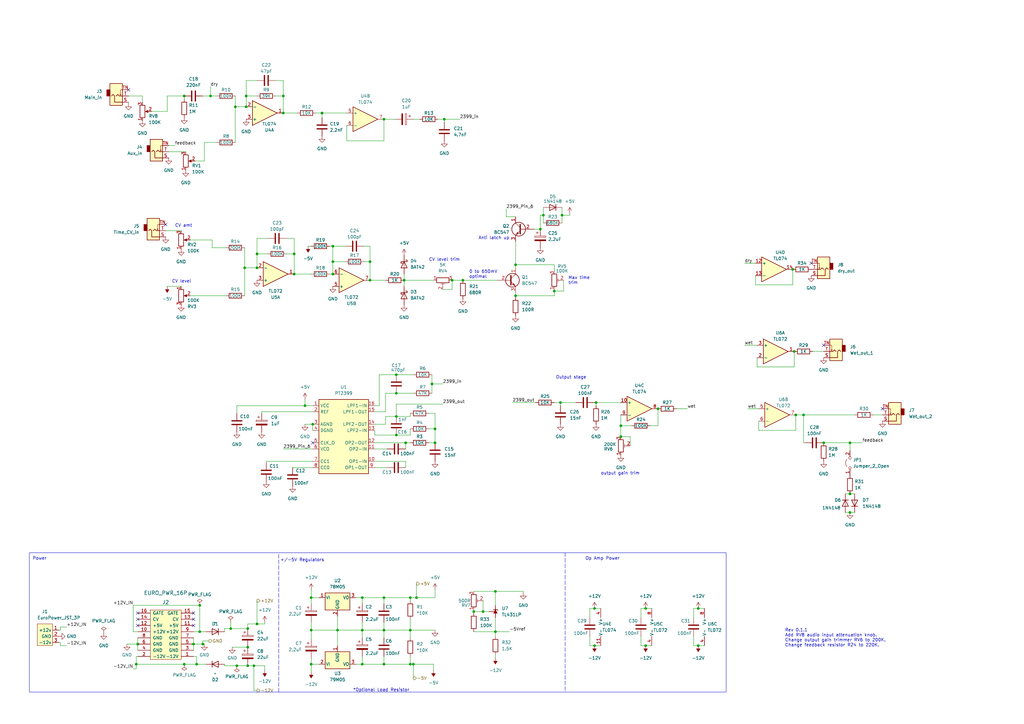
<source format=kicad_sch>
(kicad_sch (version 20230121) (generator eeschema)
  (paper "A3")
  (title_block (title "Eurorack PT2399 Delay") (date "2024-02-23") (rev "0.1.1") (company "DIYSynthMNL"))
  (junction (at 348.615 181.61))
  (junction (at 329.565 170.18))
  (junction (at 132.08 46.355))
  (junction (at 178.435 181.61))
  (junction (at 170.815 245.11))
  (junction (at 162.56 170.815))
  (junction (at 178.435 175.895))
  (junction (at 120.65 104.14))
  (junction (at 94.615 257.81))
  (junction (at 264.795 264.795))
  (junction (at 116.205 39.37))
  (junction (at 229.87 165.1))
  (junction (at 80.645 272.415))
  (junction (at 325.755 144.145))
  (junction (at 325.12 110.49))
  (junction (at 104.14 273.05))
  (junction (at 101.6 265.43))
  (junction (at 100.33 109.855))
  (junction (at 100.965 43.815))
  (junction (at 264.795 249.555))
  (junction (at 211.455 121.285))
  (junction (at 162.56 161.29))
  (junction (at 151.765 114.935))
  (junction (at 222.885 88.265))
  (junction (at 75.565 272.415))
  (junction (at 101.6 257.81))
  (junction (at 182.245 48.895))
  (junction (at 127.635 258.445))
  (junction (at 189.865 114.935))
  (junction (at 148.59 245.11))
  (junction (at 157.48 245.11))
  (junction (at 166.37 181.61))
  (junction (at 177.165 157.48))
  (junction (at 151.765 107.315))
  (junction (at 348.615 210.185))
  (junction (at 105.41 104.14))
  (junction (at 96.52 43.815))
  (junction (at 227.33 119.38))
  (junction (at 168.275 258.445))
  (junction (at 105.41 255.905))
  (junction (at 211.455 108.585))
  (junction (at 116.205 46.355))
  (junction (at 148.59 272.415))
  (junction (at 157.48 272.415))
  (junction (at 81.915 248.285))
  (junction (at 168.275 245.11))
  (junction (at 203.2 259.08))
  (junction (at 75.565 39.37))
  (junction (at 185.42 114.935))
  (junction (at 136.525 100.965))
  (junction (at 81.915 259.08))
  (junction (at 243.84 264.795))
  (junction (at 203.2 242.57))
  (junction (at 55.88 272.415))
  (junction (at 286.385 249.555))
  (junction (at 100.965 39.37))
  (junction (at 162.56 178.435))
  (junction (at 254.635 174.625))
  (junction (at 194.31 250.825))
  (junction (at 198.12 250.825))
  (junction (at 56.515 264.16))
  (junction (at 244.475 165.1))
  (junction (at 105.41 109.855))
  (junction (at 127.635 272.415))
  (junction (at 269.875 167.64))
  (junction (at 337.82 181.61))
  (junction (at 136.525 107.315))
  (junction (at 97.155 273.05))
  (junction (at 162.56 153.67))
  (junction (at 120.65 112.395))
  (junction (at 138.43 258.445))
  (junction (at 127.635 245.11))
  (junction (at 125.095 166.37))
  (junction (at 165.735 114.935))
  (junction (at 157.48 48.895))
  (junction (at 83.185 264.16))
  (junction (at 243.84 249.555))
  (junction (at 169.545 272.415))
  (junction (at 221.615 93.98))
  (junction (at 286.385 264.795))
  (junction (at 101.6 273.05))
  (junction (at 326.39 170.18))
  (junction (at 79.375 264.16))
  (junction (at 128.27 173.99))
  (junction (at 157.48 258.445))
  (junction (at 136.525 112.395))
  (junction (at 230.505 88.265))
  (junction (at 86.36 39.37))
  (junction (at 148.59 258.445))
  (junction (at 254.635 179.07))
  (junction (at 168.275 272.415))
  (junction (at 348.615 202.565))
  (no_connect (at 361.95 167.64))
  (no_connect (at 128.27 181.61))
  (no_connect (at 79.375 251.46))
  (no_connect (at 79.375 256.54))
  (no_connect (at 337.82 141.605))
  (no_connect (at 56.515 254))
  (no_connect (at 67.945 92.075))
  (no_connect (at 52.705 36.83))
  (no_connect (at 79.375 254))
  (no_connect (at 332.74 107.95))
  (no_connect (at 56.515 251.46))
  (no_connect (at 56.515 256.54))
  (wire (pts (xy 284.48 249.555) (xy 284.48 253.365)))
  (wire (pts (xy 135.255 100.965) (xy 136.525 100.965)))
  (wire (pts (xy 194.31 242.57) (xy 203.2 242.57)))
  (wire (pts (xy 153.67 178.435) (xy 162.56 178.435)))
  (wire (pts (xy 92.71 101.6) (xy 86.995 101.6)))
  (wire (pts (xy 52.705 41.91) (xy 52.705 42.545)))
  (wire (pts (xy 227.33 111.125) (xy 227.33 108.585)))
  (wire (pts (xy 125.095 166.37) (xy 128.27 166.37)))
  (wire (pts (xy 128.27 168.91) (xy 107.315 168.91)))
  (wire (pts (xy 227.33 165.1) (xy 229.87 165.1)))
  (wire (pts (xy 305.435 107.95) (xy 309.88 107.95)))
  (wire (pts (xy 194.31 259.08) (xy 203.2 259.08)))
  (wire (pts (xy 157.48 258.445) (xy 168.275 258.445)))
  (wire (pts (xy 69.215 62.23) (xy 76.2 62.23)))
  (wire (pts (xy 230.505 85.09) (xy 230.505 88.265)))
  (wire (pts (xy 56.515 264.16) (xy 56.515 266.7)))
  (wire (pts (xy 153.67 178.435) (xy 153.67 176.53)))
  (wire (pts (xy 284.48 264.795) (xy 284.48 260.985)))
  (wire (pts (xy 105.41 104.14) (xy 105.41 109.855)))
  (wire (pts (xy 227.33 108.585) (xy 211.455 108.585)))
  (wire (pts (xy 69.215 59.69) (xy 71.755 59.69)))
  (wire (pts (xy 56.515 269.24) (xy 55.88 269.24)))
  (wire (pts (xy 169.545 48.895) (xy 172.085 48.895)))
  (wire (pts (xy 138.43 258.445) (xy 138.43 264.795)))
  (wire (pts (xy 80.01 66.04) (xy 83.82 66.04)))
  (wire (pts (xy 162.56 153.67) (xy 169.545 153.67)))
  (wire (pts (xy 266.7 174.625) (xy 269.875 174.625)))
  (wire (pts (xy 96.52 43.815) (xy 96.52 58.42)))
  (wire (pts (xy 55.88 274.32) (xy 55.88 272.415)))
  (wire (pts (xy 246.38 249.555) (xy 243.84 249.555)))
  (wire (pts (xy 27.305 264.795) (xy 24.765 264.795)))
  (wire (pts (xy 148.59 258.445) (xy 157.48 258.445)))
  (wire (pts (xy 153.67 184.15) (xy 158.75 184.15)))
  (wire (pts (xy 288.925 264.795) (xy 286.385 264.795)))
  (wire (pts (xy 221.615 88.265) (xy 221.615 93.98)))
  (wire (pts (xy 68.58 117.475) (xy 74.295 117.475)))
  (wire (pts (xy 101.6 255.905) (xy 105.41 255.905)))
  (wire (pts (xy 54.61 259.08) (xy 54.61 248.285)))
  (wire (pts (xy 80.645 272.415) (xy 80.645 269.24)))
  (wire (pts (xy 146.05 245.11) (xy 148.59 245.11)))
  (wire (pts (xy 177.165 157.48) (xy 177.165 161.29)))
  (wire (pts (xy 269.875 174.625) (xy 269.875 167.64)))
  (wire (pts (xy 229.87 165.1) (xy 236.22 165.1)))
  (wire (pts (xy 148.59 258.445) (xy 148.59 261.62)))
  (wire (pts (xy 107.315 168.91) (xy 107.315 169.545)))
  (wire (pts (xy 96.52 39.37) (xy 96.52 43.815)))
  (wire (pts (xy 83.185 264.16) (xy 83.82 264.16)))
  (wire (pts (xy 148.59 255.27) (xy 148.59 258.445)))
  (wire (pts (xy 277.495 167.64) (xy 281.94 167.64)))
  (wire (pts (xy 148.59 258.445) (xy 138.43 258.445)))
  (wire (pts (xy 267.335 249.555) (xy 264.795 249.555)))
  (wire (pts (xy 346.71 202.565) (xy 348.615 202.565)))
  (wire (pts (xy 104.14 273.05) (xy 101.6 273.05)))
  (wire (pts (xy 157.48 245.11) (xy 168.275 245.11)))
  (wire (pts (xy 178.435 241.935) (xy 178.435 245.11)))
  (wire (pts (xy 24.765 258.445) (xy 24.13 258.445)))
  (wire (pts (xy 170.815 239.395) (xy 170.815 245.11)))
  (wire (pts (xy 166.37 189.23) (xy 153.67 189.23)))
  (wire (pts (xy 141.605 107.315) (xy 136.525 107.315)))
  (wire (pts (xy 96.52 43.815) (xy 100.965 43.815)))
  (wire (pts (xy 329.565 170.18) (xy 329.565 181.61)))
  (wire (pts (xy 181.61 118.745) (xy 185.42 118.745)))
  (wire (pts (xy 109.855 104.14) (xy 105.41 104.14)))
  (wire (pts (xy 227.33 119.38) (xy 231.14 119.38)))
  (wire (pts (xy 132.08 46.355) (xy 142.24 46.355)))
  (wire (pts (xy 185.42 118.745) (xy 185.42 114.935)))
  (wire (pts (xy 182.245 48.895) (xy 188.595 48.895)))
  (wire (pts (xy 83.185 262.89) (xy 83.185 264.16)))
  (wire (pts (xy 244.475 165.1) (xy 244.475 166.37)))
  (wire (pts (xy 168.275 170.815) (xy 168.275 169.545)))
  (wire (pts (xy 95.25 265.43) (xy 101.6 265.43)))
  (wire (pts (xy 182.245 48.895) (xy 182.245 50.165)))
  (wire (pts (xy 129.54 46.355) (xy 132.08 46.355)))
  (wire (pts (xy 86.995 98.425) (xy 78.105 98.425)))
  (wire (pts (xy 100.33 101.6) (xy 100.33 109.855)))
  (wire (pts (xy 75.565 272.415) (xy 80.645 272.415)))
  (wire (pts (xy 127.635 269.875) (xy 127.635 272.415)))
  (wire (pts (xy 233.68 87.63) (xy 233.68 88.265)))
  (wire (pts (xy 230.505 88.265) (xy 230.505 91.44)))
  (wire (pts (xy 116.205 46.355) (xy 121.92 46.355)))
  (wire (pts (xy 127.635 272.415) (xy 130.81 272.415)))
  (wire (pts (xy 258.445 182.88) (xy 258.445 179.07)))
  (wire (pts (xy 310.515 146.685) (xy 310.515 150.495)))
  (wire (pts (xy 94.615 257.81) (xy 101.6 257.81)))
  (wire (pts (xy 178.435 175.895) (xy 178.435 181.61)))
  (wire (pts (xy 83.185 39.37) (xy 86.36 39.37)))
  (wire (pts (xy 157.48 57.785) (xy 157.48 48.895)))
  (wire (pts (xy 222.885 88.265) (xy 221.615 88.265)))
  (wire (pts (xy 203.2 259.08) (xy 208.915 259.08)))
  (wire (pts (xy 24.765 264.795) (xy 24.765 263.525)))
  (wire (pts (xy 262.89 249.555) (xy 262.89 253.365)))
  (wire (pts (xy 194.31 250.825) (xy 194.31 251.46)))
  (wire (pts (xy 350.52 170.18) (xy 329.565 170.18)))
  (wire (pts (xy 179.705 48.895) (xy 182.245 48.895)))
  (wire (pts (xy 243.84 165.1) (xy 244.475 165.1)))
  (wire (pts (xy 166.37 181.61) (xy 168.275 181.61)))
  (wire (pts (xy 162.56 153.67) (xy 155.575 153.67)))
  (wire (pts (xy 105.41 283.21) (xy 104.14 283.21)))
  (wire (pts (xy 325.755 150.495) (xy 325.755 144.145)))
  (wire (pts (xy 80.645 269.24) (xy 79.375 269.24)))
  (wire (pts (xy 155.575 166.37) (xy 153.67 166.37)))
  (wire (pts (xy 168.275 175.895) (xy 168.275 178.435)))
  (wire (pts (xy 148.59 245.11) (xy 148.59 247.65)))
  (wire (pts (xy 175.895 181.61) (xy 178.435 181.61)))
  (wire (pts (xy 194.31 250.19) (xy 194.31 250.825)))
  (wire (pts (xy 27.305 257.175) (xy 24.765 257.175)))
  (wire (pts (xy 116.205 33.02) (xy 116.205 39.37)))
  (wire (pts (xy 211.455 121.285) (xy 211.455 121.92)))
  (wire (pts (xy 157.48 247.65) (xy 157.48 245.11)))
  (wire (pts (xy 113.03 33.02) (xy 116.205 33.02)))
  (wire (pts (xy 227.33 119.38) (xy 227.33 118.745)))
  (wire (pts (xy 151.765 100.965) (xy 151.765 107.315)))
  (wire (pts (xy 262.89 264.795) (xy 262.89 260.985)))
  (wire (pts (xy 127.635 258.445) (xy 138.43 258.445)))
  (wire (pts (xy 149.225 100.965) (xy 151.765 100.965)))
  (wire (pts (xy 142.24 51.435) (xy 142.24 57.785)))
  (wire (pts (xy 286.385 249.555) (xy 284.48 249.555)))
  (wire (pts (xy 55.88 269.24) (xy 55.88 272.415)))
  (wire (pts (xy 325.12 116.84) (xy 325.12 110.49)))
  (wire (pts (xy 203.2 268.605) (xy 203.2 269.875)))
  (wire (pts (xy 127.635 241.935) (xy 127.635 245.11)))
  (wire (pts (xy 117.475 104.14) (xy 120.65 104.14)))
  (wire (pts (xy 305.435 141.605) (xy 310.515 141.605)))
  (polyline (pts (xy 114.3 227.33) (xy 114.3 284.48)) (stroke (width 0) (type dash)))
  (wire (pts (xy 157.48 269.24) (xy 157.48 272.415)))
  (wire (pts (xy 155.575 153.67) (xy 155.575 166.37)))
  (wire (pts (xy 120.65 104.14) (xy 120.65 112.395)))
  (wire (pts (xy 178.435 169.545) (xy 178.435 175.895)))
  (wire (pts (xy 207.645 88.9) (xy 211.455 88.9)))
  (wire (pts (xy 185.42 114.935) (xy 189.865 114.935)))
  (wire (pts (xy 165.735 114.935) (xy 177.8 114.935)))
  (wire (pts (xy 177.8 272.415) (xy 177.8 274.955)))
  (wire (pts (xy 222.885 88.265) (xy 222.885 91.44)))
  (wire (pts (xy 246.38 264.795) (xy 243.84 264.795)))
  (wire (pts (xy 258.445 179.07) (xy 254.635 179.07)))
  (wire (pts (xy 56.515 261.62) (xy 56.515 264.16)))
  (wire (pts (xy 178.435 245.11) (xy 170.815 245.11)))
  (wire (pts (xy 108.585 255.27) (xy 108.585 255.905)))
  (wire (pts (xy 105.41 97.79) (xy 105.41 104.14)))
  (wire (pts (xy 203.2 242.57) (xy 203.2 248.285)))
  (wire (pts (xy 92.075 259.08) (xy 92.075 257.81)))
  (wire (pts (xy 211.455 120.015) (xy 211.455 121.285)))
  (wire (pts (xy 203.2 259.08) (xy 203.2 260.985)))
  (wire (pts (xy 306.705 167.64) (xy 311.15 167.64)))
  (wire (pts (xy 286.385 264.795) (xy 284.48 264.795)))
  (wire (pts (xy 348.615 181.61) (xy 348.615 184.785)))
  (wire (pts (xy 58.42 39.37) (xy 52.705 39.37)))
  (wire (pts (xy 68.58 39.37) (xy 75.565 39.37)))
  (wire (pts (xy 120.65 112.395) (xy 127.635 112.395)))
  (wire (pts (xy 166.37 191.77) (xy 166.37 189.23)))
  (wire (pts (xy 52.07 264.16) (xy 56.515 264.16)))
  (wire (pts (xy 127.635 245.11) (xy 130.81 245.11)))
  (wire (pts (xy 149.225 107.315) (xy 151.765 107.315)))
  (wire (pts (xy 243.84 264.795) (xy 241.935 264.795)))
  (wire (pts (xy 203.2 242.57) (xy 214.63 242.57)))
  (wire (pts (xy 136.525 100.965) (xy 136.525 107.315)))
  (wire (pts (xy 83.82 58.42) (xy 88.9 58.42)))
  (wire (pts (xy 231.14 114.935) (xy 231.14 119.38)))
  (wire (pts (xy 254.635 174.625) (xy 259.08 174.625)))
  (wire (pts (xy 100.33 109.855) (xy 105.41 109.855)))
  (wire (pts (xy 264.795 249.555) (xy 262.89 249.555)))
  (wire (pts (xy 169.545 272.415) (xy 169.545 278.13)))
  (wire (pts (xy 127.635 255.27) (xy 127.635 258.445)))
  (wire (pts (xy 55.88 272.415) (xy 75.565 272.415)))
  (wire (pts (xy 109.22 189.23) (xy 109.22 189.865)))
  (wire (pts (xy 92.075 272.415) (xy 92.075 273.05)))
  (wire (pts (xy 162.56 170.815) (xy 168.275 170.815)))
  (wire (pts (xy 177.8 272.415) (xy 169.545 272.415)))
  (wire (pts (xy 333.375 144.145) (xy 337.82 144.145)))
  (wire (pts (xy 136.525 107.315) (xy 136.525 112.395)))
  (wire (pts (xy 79.375 264.16) (xy 83.185 264.16)))
  (wire (pts (xy 241.935 264.795) (xy 241.935 260.985)))
  (wire (pts (xy 86.36 39.37) (xy 88.9 39.37)))
  (wire (pts (xy 79.375 261.62) (xy 79.375 264.16)))
  (wire (pts (xy 168.275 245.11) (xy 168.275 246.38)))
  (wire (pts (xy 148.59 269.24) (xy 148.59 272.415)))
  (wire (pts (xy 92.075 273.05) (xy 97.155 273.05)))
  (wire (pts (xy 227.33 119.38) (xy 227.33 121.285)))
  (wire (pts (xy 309.88 116.84) (xy 325.12 116.84)))
  (wire (pts (xy 168.275 258.445) (xy 168.275 261.62)))
  (wire (pts (xy 92.075 257.81) (xy 94.615 257.81)))
  (wire (pts (xy 97.155 273.05) (xy 101.6 273.05)))
  (wire (pts (xy 288.925 249.555) (xy 286.385 249.555)))
  (wire (pts (xy 24.765 263.525) (xy 24.13 263.525)))
  (wire (pts (xy 166.37 184.15) (xy 166.37 181.61)))
  (wire (pts (xy 24.765 257.175) (xy 24.765 258.445)))
  (wire (pts (xy 101.6 255.905) (xy 101.6 257.81)))
  (wire (pts (xy 127.635 258.445) (xy 127.635 262.255)))
  (wire (pts (xy 132.08 46.355) (xy 132.08 48.26)))
  (wire (pts (xy 241.935 249.555) (xy 241.935 253.365)))
  (wire (pts (xy 157.48 48.895) (xy 161.925 48.895)))
  (wire (pts (xy 116.205 184.15) (xy 128.27 184.15)))
  (wire (pts (xy 166.37 181.61) (xy 153.67 181.61)))
  (wire (pts (xy 178.435 258.445) (xy 168.275 258.445)))
  (wire (pts (xy 67.945 94.615) (xy 74.295 94.615)))
  (wire (pts (xy 125.095 173.99) (xy 128.27 173.99)))
  (wire (pts (xy 165.735 114.935) (xy 165.735 117.475)))
  (wire (pts (xy 100.965 33.02) (xy 100.965 39.37)))
  (wire (pts (xy 157.48 245.11) (xy 148.59 245.11)))
  (wire (pts (xy 135.255 112.395) (xy 136.525 112.395)))
  (wire (pts (xy 117.475 97.79) (xy 120.65 97.79)))
  (wire (pts (xy 128.27 173.99) (xy 128.27 176.53)))
  (wire (pts (xy 219.075 93.98) (xy 221.615 93.98)))
  (wire (pts (xy 78.105 121.285) (xy 92.71 121.285)))
  (wire (pts (xy 157.48 272.415) (xy 148.59 272.415)))
  (wire (pts (xy 116.205 39.37) (xy 116.205 46.355)))
  (wire (pts (xy 126.365 100.965) (xy 127.635 100.965)))
  (wire (pts (xy 151.765 114.935) (xy 158.115 114.935)))
  (wire (pts (xy 168.275 272.415) (xy 157.48 272.415)))
  (wire (pts (xy 168.275 269.24) (xy 168.275 272.415)))
  (wire (pts (xy 125.095 163.83) (xy 125.095 166.37)))
  (wire (pts (xy 108.585 273.05) (xy 104.14 273.05)))
  (wire (pts (xy 309.88 113.03) (xy 309.88 116.84)))
  (wire (pts (xy 348.615 210.185) (xy 350.52 210.185)))
  (wire (pts (xy 177.165 153.67) (xy 177.165 157.48)))
  (wire (pts (xy 243.84 249.555) (xy 241.935 249.555)))
  (wire (pts (xy 353.695 181.61) (xy 348.615 181.61)))
  (wire (pts (xy 153.67 168.91) (xy 158.115 168.91)))
  (wire (pts (xy 189.865 114.935) (xy 203.835 114.935)))
  (wire (pts (xy 153.67 191.77) (xy 158.75 191.77)))
  (wire (pts (xy 125.095 166.37) (xy 97.155 166.37)))
  (wire (pts (xy 58.42 41.91) (xy 58.42 39.37)))
  (wire (pts (xy 227.33 121.285) (xy 211.455 121.285)))
  (wire (pts (xy 138.43 252.73) (xy 138.43 258.445)))
  (wire (pts (xy 198.12 246.38) (xy 198.12 250.825)))
  (wire (pts (xy 211.455 99.06) (xy 211.455 108.585)))
  (wire (pts (xy 311.15 176.53) (xy 326.39 176.53)))
  (wire (pts (xy 141.605 100.965) (xy 136.525 100.965)))
  (wire (pts (xy 200.66 250.825) (xy 198.12 250.825)))
  (wire (pts (xy 158.115 161.29) (xy 158.115 168.91)))
  (wire (pts (xy 175.895 169.545) (xy 178.435 169.545)))
  (wire (pts (xy 105.41 39.37) (xy 100.965 39.37)))
  (wire (pts (xy 311.15 172.72) (xy 311.15 176.53)))
  (wire (pts (xy 169.545 272.415) (xy 168.275 272.415)))
  (wire (pts (xy 211.455 108.585) (xy 211.455 109.855)))
  (wire (pts (xy 105.41 255.905) (xy 108.585 255.905)))
  (wire (pts (xy 254.635 170.18) (xy 254.635 174.625)))
  (wire (pts (xy 162.56 165.735) (xy 162.56 170.815)))
  (wire (pts (xy 165.735 112.395) (xy 165.735 114.935)))
  (wire (pts (xy 54.61 274.32) (xy 55.88 274.32)))
  (wire (pts (xy 108.585 274.955) (xy 108.585 273.05)))
  (wire (pts (xy 162.56 161.29) (xy 169.545 161.29)))
  (wire (pts (xy 105.41 246.38) (xy 105.41 255.905)))
  (wire (pts (xy 97.155 166.37) (xy 97.155 169.545)))
  (wire (pts (xy 81.915 248.285) (xy 81.915 259.08)))
  (wire (pts (xy 267.335 264.795) (xy 264.795 264.795)))
  (wire (pts (xy 157.48 255.27) (xy 157.48 258.445)))
  (wire (pts (xy 56.515 259.08) (xy 54.61 259.08)))
  (wire (pts (xy 86.995 101.6) (xy 86.995 98.425)))
  (wire (pts (xy 214.63 242.57) (xy 214.63 243.205)))
  (wire (pts (xy 100.965 39.37) (xy 100.965 43.815)))
  (wire (pts (xy 75.565 39.37) (xy 75.565 40.64)))
  (wire (pts (xy 148.59 272.415) (xy 146.05 272.415)))
  (wire (pts (xy 79.375 264.16) (xy 79.375 266.7)))
  (wire (pts (xy 168.275 254) (xy 168.275 258.445)))
  (wire (pts (xy 326.39 176.53) (xy 326.39 170.18)))
  (wire (pts (xy 170.815 245.11) (xy 168.275 245.11)))
  (wire (pts (xy 83.82 66.04) (xy 83.82 58.42)))
  (wire (pts (xy 329.565 181.61) (xy 330.2 181.61)))
  (wire (pts (xy 68.58 45.72) (xy 68.58 39.37)))
  (wire (pts (xy 329.565 170.18) (xy 326.39 170.18)))
  (wire (pts (xy 346.71 210.185) (xy 348.615 210.185)))
  (wire (pts (xy 348.615 181.61) (xy 337.82 181.61)))
  (wire (pts (xy 207.645 85.725) (xy 207.645 88.9)))
  (wire (pts (xy 175.895 175.895) (xy 178.435 175.895)))
  (wire (pts (xy 84.455 272.415) (xy 80.645 272.415)))
  (wire (pts (xy 68.58 45.72) (xy 62.23 45.72)))
  (wire (pts (xy 127.635 247.65) (xy 127.635 245.11)))
  (wire (pts (xy 358.14 170.18) (xy 361.95 170.18)))
  (wire (pts (xy 113.03 39.37) (xy 116.205 39.37)))
  (wire (pts (xy 254.635 174.625) (xy 254.635 179.07)))
  (wire (pts (xy 85.725 262.89) (xy 83.185 262.89)))
  (wire (pts (xy 229.87 165.1) (xy 229.87 166.37)))
  (wire (pts (xy 244.475 165.1) (xy 254.635 165.1)))
  (wire (pts (xy 158.115 173.99) (xy 158.115 170.815)))
  (polyline (pts (xy 231.775 226.695) (xy 231.775 283.845)) (stroke (width 0) (type dash)))
  (wire (pts (xy 203.2 259.08) (xy 203.2 253.365)))
  (wire (pts (xy 158.115 161.29) (xy 162.56 161.29)))
  (wire (pts (xy 94.615 255.27) (xy 94.615 257.81)))
  (wire (pts (xy 198.12 250.825) (xy 194.31 250.825)))
  (wire (pts (xy 54.61 248.285) (xy 81.915 248.285)))
  (wire (pts (xy 120.65 97.79) (xy 120.65 104.14)))
  (wire (pts (xy 310.515 150.495) (xy 325.755 150.495)))
  (wire (pts (xy 157.48 258.445) (xy 157.48 261.62)))
  (wire (pts (xy 86.36 35.56) (xy 86.36 39.37)))
  (wire (pts (xy 264.795 264.795) (xy 262.89 264.795)))
  (wire (pts (xy 168.275 178.435) (xy 162.56 178.435)))
  (wire (pts (xy 151.765 107.315) (xy 151.765 114.935)))
  (wire (pts (xy 109.855 97.79) (xy 105.41 97.79)))
  (wire (pts (xy 222.885 85.09) (xy 222.885 88.265)))
  (wire (pts (xy 100.33 121.285) (xy 100.33 109.855)))
  (wire (pts (xy 81.915 259.08) (xy 84.455 259.08)))
  (wire (pts (xy 142.24 57.785) (xy 157.48 57.785)))
  (wire (pts (xy 105.41 33.02) (xy 100.965 33.02)))
  (wire (pts (xy 81.915 259.08) (xy 79.375 259.08)))
  (wire (pts (xy 210.185 165.1) (xy 219.71 165.1)))
  (wire (pts (xy 177.165 157.48) (xy 181.61 157.48)))
  (wire (pts (xy 128.27 189.23) (xy 109.22 189.23)))
  (wire (pts (xy 153.67 173.99) (xy 158.115 173.99)))
  (wire (pts (xy 127.635 272.415) (xy 127.635 275.59)))
  (wire (pts (xy 181.61 165.735) (xy 162.56 165.735)))
  (wire (pts (xy 233.68 88.265) (xy 230.505 88.265)))
  (wire (pts (xy 158.115 170.815) (xy 162.56 170.815)))
  (wire (pts (xy 120.015 191.77) (xy 128.27 191.77)))
  (wire (pts (xy 104.14 283.21) (xy 104.14 273.05)))
  (wire (pts (xy 348.615 202.565) (xy 350.52 202.565)))
  (rectangle (start 12.065 226.695) (end 297.815 283.845))
  (text "+/-5V Regulators" (at 114.935 230.505 0) (effects (font (size 1.27 1.27)) (justify left bottom)))
  (text "output gain trim" (at 246.38 194.945 0) (effects (font (size 1.27 1.27)) (justify left bottom)))
  (text "CV level" (at 70.485 116.205 0) (effects (font (size 1.27 1.27)) (justify left bottom)))
  (text "CV amt" (at 71.755 93.345 0) (effects (font (size 1.27 1.27)) (justify left bottom)))
  (text "Max time\ntrim" (at 233.045 116.84 0) (effects (font (size 1.27 1.27)) (justify left bottom)))
  (text "Anti latch up" (at 196.215 98.425 0) (effects (font (size 1.27 1.27)) (justify left bottom)))
  (text "0 to 650mV\noptimal" (at 192.405 114.3 0) (effects (font (size 1.27 1.27)) (justify left bottom)))
  (text "Rev 0.1.1\nAdd RV8 audio input attenuation knob.\nChange output gain trimmer RV6 to 200K.\nChange feedback resistor R24 to 220K.\n" (at 321.945 265.43 0) (effects (font (size 1.27 1.27)) (justify left bottom)))
  (text "Op Amp Power" (at 240.03 229.87 0) (effects (font (size 1.27 1.27)) (justify left bottom)))
  (text "*Optional Load Resistor" (at 144.78 283.845 0) (effects (font (size 1.27 1.27)) (justify left bottom)))
  (text "Power" (at 13.335 229.87 0) (effects (font (size 1.27 1.27)) (justify left bottom)))
  (text "Output stage" (at 227.965 155.575 0) (effects (font (size 1.27 1.27)) (justify left bottom)))
  (text "CV level trim" (at 175.895 107.315 0) (effects (font (size 1.27 1.27)) (justify left bottom)))
  (label "-5Vref" (at 208.915 259.08 0))
  (label "-12V_IN" (at 27.305 264.795 0))
  (label "dry" (at 305.435 107.95 0))
  (label "wet" (at 281.94 167.64 0))
  (label "2399_in" (at 188.595 48.895 0))
  (label "wet" (at 305.435 141.605 0))
  (label "2399_Pin_6" (at 207.645 85.725 0))
  (label "+12V_IN" (at 27.305 257.175 0))
  (label "2399_out" (at 210.185 165.1 0))
  (label "2399_in" (at 181.61 157.48 0))
  (label "wet" (at 306.705 167.64 0))
  (label "feedback" (at 71.755 59.69 0))
  (label "2399_Pin_6" (at 116.205 184.15 0))
  (label "2399_out" (at 181.61 165.735 0))
  (label "feedback" (at 353.695 181.61 0))
  (label "dry" (at 86.36 35.56 0))
  (label "-12V_IN" (at 54.61 274.32 180))
  (label "+12V_IN" (at 54.61 248.285 180))
  (hierarchical_label "-5V" (shape output) (at 169.545 278.13 0))
  (hierarchical_label "-12V" (shape output) (at 105.41 283.21 0))
  (hierarchical_label "+12V" (shape output) (at 105.41 246.38 0))
  (hierarchical_label "+5V" (shape output) (at 170.815 239.395 0))
  (hierarchical_label "GND" (shape output) (at 85.725 262.89 0))
  (symbol (lib_id "Device:C") (at 229.87 170.18 180) (unit 1)
    (property "Reference" "C26" (at 233.68 168.91 0) (effects (justify right)))
    (property "Value" "15nF" (at 233.68 171.45 0) (effects (justify right)))
  )
  (symbol (lib_id "Device:R") (at 329.565 144.145 90) (unit 1)
    (property "Reference" "R29" (at 329.565 141.605 90))
    (property "Value" "1K" (at 329.565 144.145 90))
  )
  (symbol (lib_id "power:GND") (at 74.295 125.095 0) (unit 1)
    (property "Reference" "#PWR029" (effects hide))
    (property "Value" "GND" (at 74.295 130.175 0))
  )
  (symbol (lib_id "power:GND") (at 74.295 102.235 0) (unit 1)
    (property "Reference" "#PWR028" (effects hide))
    (property "Value" "GND" (at 74.295 107.315 0))
  )
  (symbol (lib_id "Device:C") (at 178.435 185.42 0) (unit 1)
    (property "Reference" "C15" (at 182.245 184.15 0) (effects (justify left)))
    (property "Value" "15nF" (at 182.245 186.69 0) (effects (justify left)))
  )
  (symbol (lib_id "power:GND") (at 165.735 125.095 0) (unit 1)
    (property "Reference" "#PWR034" (effects hide))
    (property "Value" "GND" (at 165.735 130.175 0))
  )
  (symbol (lib_id "power:GND") (at 178.435 258.445 0) (unit 1)
    (property "Reference" "#PWR04" (effects hide))
    (property "Value" "GND" (at 178.435 263.525 0))
  )
  (symbol (lib_id "Amplifier_Operational:TL072") (at 318.135 144.145 0) (unit 1)
    (property "Reference" "U6" (at 320.04 136.525 0))
    (property "Value" "TL072" (at 320.04 139.065 0))
    (property "Datasheet" "http://www.ti.com/lit/ds/symlink/tl071.pdf" (effects hide))
  )
  (symbol (lib_id "Device:R") (at 244.475 170.18 0) (unit 1)
    (property "Reference" "R26" (at 246.38 168.91 0) (effects (justify left)))
    (property "Value" "1M" (at 246.38 171.45 0) (effects (justify left)))
  )
  (symbol (lib_id "Device:R") (at 273.685 167.64 90) (unit 1)
    (property "Reference" "R27" (at 273.685 165.1 90))
    (property "Value" "1K" (at 273.685 167.64 90))
  )
  (symbol (lib_id "Device:R") (at 131.445 112.395 90) (unit 1)
    (property "Reference" "R18" (at 131.445 109.855 90))
    (property "Value" "100K" (at 131.445 112.395 90))
  )
  (symbol (lib_id "power:GND") (at 189.865 122.555 0) (unit 1)
    (property "Reference" "#PWR036" (effects hide))
    (property "Value" "GND" (at 189.865 127.635 0))
  )
  (symbol (lib_id "power:GND") (at 76.2 69.85 0) (unit 1)
    (property "Reference" "#PWR024" (effects hide))
    (property "Value" "GND" (at 76.2 74.93 0))
  )
  (symbol (lib_id "power:+12V") (at 108.585 255.27 0) (unit 1)
    (property "Reference" "#PWR03" (effects hide))
    (property "Value" "+12V" (at 108.585 250.19 0))
  )
  (symbol (lib_id "Device:R") (at 189.865 118.745 0) (unit 1)
    (property "Reference" "R21" (at 192.405 117.475 0) (effects (justify left)))
    (property "Value" "680R" (at 192.405 120.015 0) (effects (justify left)))
  )
  (symbol (lib_id "Amplifier_Operational:TL072") (at 291.465 257.175 0) (unit 3)
    (property "Reference" "U6" (at 290.195 255.905 0) (effects (justify left)))
    (property "Value" "TL072" (at 290.195 258.445 0) (effects (justify left)))
    (property "Datasheet" "http://www.ti.com/lit/ds/symlink/tl071.pdf" (effects hide))
  )
  (symbol (lib_id "power:GND") (at 105.41 114.935 0) (unit 1)
    (property "Reference" "#PWR031" (effects hide))
    (property "Value" "GND" (at 105.41 120.015 0))
  )
  (symbol (lib_id "power:+5V") (at 125.095 163.83 0) (unit 1)
    (property "Reference" "#PWR013" (effects hide))
    (property "Value" "+5V" (at 125.095 158.75 0))
  )
  (symbol (lib_id "power:-12V") (at 243.84 264.795 180) (unit 1)
    (property "Reference" "#PWR048" (effects hide))
    (property "Value" "-12V" (at 243.84 269.875 0))
  )
  (symbol (lib_id "power:GND") (at 254.635 186.69 0) (unit 1)
    (property "Reference" "#PWR042" (effects hide))
    (property "Value" "GND" (at 254.635 191.77 0))
  )
  (symbol (lib_id "power:-5V") (at 177.8 274.955 180) (unit 1)
    (property "Reference" "#PWR011" (effects hide))
    (property "Value" "-5V" (at 177.8 280.035 0))
  )
  (symbol (lib_id "power:GND") (at 361.95 172.72 0) (unit 1)
    (property "Reference" "#PWR045" (effects hide))
    (property "Value" "GND" (at 361.95 177.8 0))
  )
  (symbol (lib_id "Device:C_Polarized") (at 127.635 266.065 0) (unit 1)
    (property "Reference" "C7" (at 123.825 263.906 0) (effects (justify right)))
    (property "Value" "2.2uF" (at 123.825 266.446 0) (effects (justify right)))
    (property "Footprint" "DIYSynthMNL:CP_Radial_D5.0mm_P2.50mm" (effects hide))
  )
  (symbol (lib_id "power:GND") (at 52.07 264.16 0) (unit 1)
    (property "Reference" "#PWR07" (effects hide))
    (property "Value" "GND" (at 52.07 268.605 0))
  )
  (symbol (lib_id "power:PWR_FLAG") (at 81.915 248.285 0) (unit 1)
    (property "Reference" "#FLG01" (effects hide))
    (property "Value" "PWR_FLAG" (at 81.915 243.84 0))
  )
  (symbol (lib_id "Device:R") (at 262.89 174.625 90) (unit 1)
    (property "Reference" "R24" (at 262.89 172.085 90))
    (property "Value" "100K" (at 262.89 174.625 90))
  )
  (symbol (lib_id "power:GND") (at 125.095 173.99 0) (unit 1)
    (property "Reference" "#PWR014" (effects hide))
    (property "Value" "GND" (at 125.095 179.07 0))
  )
  (symbol (lib_id "Device:R") (at 125.73 46.355 90) (unit 1)
    (property "Reference" "R12" (at 125.73 43.815 90))
    (property "Value" "10K" (at 125.73 46.355 90))
  )
  (symbol (lib_id "Device:R") (at 194.31 255.27 0) (unit 1)
    (property "Reference" "R33" (at 196.85 254 0) (effects (justify left)))
    (property "Value" "100K" (at 196.85 256.54 0) (effects (justify left)))
  )
  (symbol (lib_id "Device:R") (at 92.71 58.42 90) (unit 1)
    (property "Reference" "R8" (at 92.71 55.88 90))
    (property "Value" "100K" (at 92.71 58.42 90))
  )
  (symbol (lib_id "power:GND") (at 337.82 146.685 0) (unit 1)
    (property "Reference" "#PWR044" (effects hide))
    (property "Value" "GND" (at 337.82 151.765 0))
  )
  (symbol (lib_id "power:-5V") (at 68.58 117.475 180) (unit 1)
    (property "Reference" "#PWR030" (effects hide))
    (property "Value" "-5V" (at 68.58 122.555 0))
  )
  (symbol (lib_id "DIYSynthMNL:PJ3001F") (at 64.135 62.23 0) (mirror x) (unit 1)
    (property "Reference" "J4" (at 58.42 60.325 0) (effects (justify right)))
    (property "Value" "Aux_in" (at 58.42 62.865 0) (effects (justify right)))
    (property "Footprint" "DIYSynthMNL:AudioJack_3.5mm_long_pads" (effects hide))
  )
  (symbol (lib_id "Device:R") (at 348.615 198.755 0) (unit 1)
    (property "Reference" "R31" (at 350.52 197.485 0) (effects (justify left)))
    (property "Value" "1K" (at 350.52 200.025 0) (effects (justify left)))
  )
  (symbol (lib_id "Device:C") (at 145.415 100.965 90) (unit 1)
    (property "Reference" "C24" (at 145.415 94.615 90))
    (property "Value" "100pF" (at 145.415 97.155 90))
  )
  (symbol (lib_id "Device:R_Potentiometer") (at 58.42 45.72 0) (mirror x) (unit 1)
    (property "Reference" "RV8" (at 64.77 47.625 0) (effects (justify right)))
    (property "Value" "100K" (at 66.04 50.165 0) (effects (justify right)))
  )
  (symbol (lib_id "Device:R") (at 131.445 100.965 90) (unit 1)
    (property "Reference" "R19" (at 131.445 98.425 90))
    (property "Value" "100K" (at 131.445 100.965 90))
  )
  (symbol (lib_id "power:GND") (at 58.42 49.53 0) (unit 1)
    (property "Reference" "#PWR056" (effects hide))
    (property "Value" "GND" (at 58.42 54.61 0))
  )
  (symbol (lib_id "Transistor_BJT:BC547") (at 213.995 93.98 0) (mirror y) (unit 1)
    (property "Reference" "Q2" (at 208.915 92.71 0) (effects (justify left)))
    (property "Value" "BC547" (at 208.915 95.25 0) (effects (justify left)))
    (property "Footprint" "Package_TO_SOT_THT:TO-92_Inline" (effects hide))
    (property "Datasheet" "https://www.onsemi.com/pub/Collateral/BC550-D.pdf" (effects hide))
  )
  (symbol (lib_id "Device:C") (at 162.56 157.48 180) (unit 1)
    (property "Reference" "C17" (at 164.465 149.86 0) (effects (justify left)))
    (property "Value" "470pF" (at 166.37 151.765 0) (effects (justify left)))
  )
  (symbol (lib_id "power:GND") (at 69.215 64.77 0) (unit 1)
    (property "Reference" "#PWR022" (effects hide))
    (property "Value" "GND" (at 69.215 69.85 0))
  )
  (symbol (lib_id "power:GND") (at 109.22 197.485 0) (unit 1)
    (property "Reference" "#PWR017" (effects hide))
    (property "Value" "GND" (at 109.22 202.565 0))
  )
  (symbol (lib_id "Device:R") (at 109.22 39.37 90) (unit 1)
    (property "Reference" "R9" (at 109.22 36.83 90))
    (property "Value" "39K" (at 109.22 39.37 90))
  )
  (symbol (lib_id "power:PWR_FLAG") (at 75.565 272.415 180) (unit 1)
    (property "Reference" "#FLG04" (effects hide))
    (property "Value" "PWR_FLAG" (at 75.565 276.86 0))
  )
  (symbol (lib_id "Amplifier_Operational:TL074") (at 317.5 110.49 0) (unit 4)
    (property "Reference" "U4" (at 320.04 103.505 0))
    (property "Value" "TL074" (at 320.04 106.045 0))
    (property "Datasheet" "http://www.ti.com/lit/ds/symlink/tl071.pdf" (effects hide))
  )
  (symbol (lib_id "power:-12V") (at 127.635 275.59 180) (unit 1)
    (property "Reference" "#PWR012" (effects hide))
    (property "Value" "-12V" (at 127.635 280.67 0))
  )
  (symbol (lib_id "power:+12V") (at 264.795 249.555 0) (unit 1)
    (property "Reference" "#PWR049" (effects hide))
    (property "Value" "+12V" (at 264.795 244.475 0))
  )
  (symbol (lib_id "power:PWR_FLAG") (at 42.545 259.715 0) (unit 1)
    (property "Reference" "#FLG03" (effects hide))
    (property "Value" "PWR_FLAG" (at 42.545 254.635 0))
  )
  (symbol (lib_id "Device:C") (at 79.375 39.37 90) (unit 1)
    (property "Reference" "C18" (at 79.375 32.385 90))
    (property "Value" "220nF" (at 79.375 34.925 90))
  )
  (symbol (lib_id "Device:C") (at 157.48 251.46 0) (unit 1)
    (property "Reference" "C3" (at 158.115 248.92 0) (effects (justify left)))
    (property "Value" "100nF" (at 158.115 254 0) (effects (justify left)))
    (property "Footprint" "DIYSynthMNL:C_Rect_L7.0mm_W2.0mm_P5.00mm_BigPads" (effects hide))
  )
  (symbol (lib_id "power:GND") (at 83.82 264.16 0) (unit 1)
    (property "Reference" "#PWR08" (effects hide))
    (property "Value" "GND" (at 83.82 268.605 0))
  )
  (symbol (lib_id "DIYSynthMNL:JST_Eurorack_power_3P") (at 21.59 255.905 0) (unit 1)
    (property "Reference" "J1" (at 18.415 250.825 0))
    (property "Value" "EuroPower_JST_3P" (at 24.13 253.365 0))
    (property "Footprint" "DIYSynthMNL:Eurorack_power_jst_3P" (effects hide))
  )
  (symbol (lib_id "Device:C_Polarized") (at 101.6 261.62 0) (unit 1)
    (property "Reference" "C4" (at 105.41 259.461 0) (effects (justify left)))
    (property "Value" "22uF" (at 105.41 262.001 0) (effects (justify left)))
    (property "Footprint" "DIYSynthMNL:CP_Radial_D4.0mm_P1.50mm" (effects hide))
  )
  (symbol (lib_id "Amplifier_Operational:TL074") (at 149.86 48.895 0) (unit 2)
    (property "Reference" "U4" (at 149.86 39.37 0))
    (property "Value" "TL074" (at 149.86 41.91 0))
    (property "Datasheet" "http://www.ti.com/lit/ds/symlink/tl071.pdf" (effects hide))
  )
  (symbol (lib_id "power:GND") (at 332.74 113.03 0) (unit 1)
    (property "Reference" "#PWR054" (effects hide))
    (property "Value" "GND" (at 332.74 118.11 0))
  )
  (symbol (lib_id "power:GND") (at 348.615 210.185 0) (unit 1)
    (property "Reference" "#PWR046" (effects hide))
    (property "Value" "GND" (at 348.615 215.265 0))
  )
  (symbol (lib_id "power:GND") (at 214.63 243.205 0) (unit 1)
    (property "Reference" "#PWR053" (effects hide))
    (property "Value" "GND" (at 214.63 248.285 0))
  )
  (symbol (lib_id "DIYSynthMNL:EURO_PWR_16_PIN") (at 67.945 264.16 0) (unit 1)
    (property "Reference" "J2" (at 67.945 247.015 0) (effects (font (size 1.524 1.524))))
    (property "Value" "EURO_PWR_16P" (at 67.945 243.205 0) (effects (font (size 1.524 1.524))))
    (property "Footprint" "DIYSynthMNL:IDC-Header_2x08_P2.54mm_Vertical" (effects hide))
  )
  (symbol (lib_id "Device:R") (at 337.82 185.42 0) (unit 1)
    (property "Reference" "R28" (at 339.725 184.15 0) (effects (justify left)))
    (property "Value" "1M" (at 339.725 186.69 0) (effects (justify left)))
  )
  (symbol (lib_id "Device:R") (at 223.52 165.1 90) (unit 1)
    (property "Reference" "R25" (at 223.52 162.56 90))
    (property "Value" "10K" (at 223.52 165.1 90))
  )
  (symbol (lib_id "power:+5V") (at 178.435 241.935 0) (unit 1)
    (property "Reference" "#PWR02" (effects hide))
    (property "Value" "+5V" (at 178.435 236.855 0))
  )
  (symbol (lib_id "Transistor_BJT:BC547") (at 208.915 114.935 0) (unit 1)
    (property "Reference" "Q1" (at 213.995 113.665 0) (effects (justify left)))
    (property "Value" "BC547" (at 213.995 116.205 0) (effects (justify left)))
    (property "Footprint" "Package_TO_SOT_THT:TO-92_Inline" (effects hide))
    (property "Datasheet" "https://www.onsemi.com/pub/Collateral/BC550-D.pdf" (effects hide))
  )
  (symbol (lib_id "Device:C") (at 162.56 174.625 180) (unit 1)
    (property "Reference" "C16" (at 167.005 177.165 0) (effects (justify left)))
    (property "Value" "1nF" (at 167.005 172.085 0) (effects (justify left)))
  )
  (symbol (lib_id "Device:C_Polarized") (at 101.6 269.24 0) (unit 1)
    (property "Reference" "C8" (at 105.41 267.081 0) (effects (justify left)))
    (property "Value" "22uF" (at 105.41 269.621 0) (effects (justify left)))
    (property "Footprint" "DIYSynthMNL:CP_Radial_D4.0mm_P1.50mm" (effects hide))
  )
  (symbol (lib_id "Amplifier_Operational:TL074") (at 262.255 167.64 0) (unit 3)
    (property "Reference" "U4" (at 262.255 158.115 0))
    (property "Value" "TL074" (at 262.255 160.655 0))
    (property "Datasheet" "http://www.ti.com/lit/ds/symlink/tl071.pdf" (effects hide))
  )
  (symbol (lib_id "Device:R_Potentiometer_Trim") (at 227.33 114.935 0) (mirror x) (unit 1)
    (property "Reference" "RV5" (at 230.505 109.22 0))
    (property "Value" "100K" (at 230.505 111.125 0))
  )
  (symbol (lib_id "Device:R") (at 211.455 125.73 0) (unit 1)
    (property "Reference" "R22" (at 213.995 124.46 0) (effects (justify left)))
    (property "Value" "100R" (at 213.995 127 0) (effects (justify left)))
  )
  (symbol (lib_id "Device:R") (at 172.085 169.545 90) (unit 1)
    (property "Reference" "R5" (at 172.085 167.005 90))
    (property "Value" "47K" (at 172.085 169.545 90))
  )
  (symbol (lib_id "Device:R") (at 175.895 48.895 90) (unit 1)
    (property "Reference" "R13" (at 175.895 46.355 90))
    (property "Value" "10K" (at 175.895 48.895 90))
  )
  (symbol (lib_id "power:GND") (at 221.615 101.6 0) (unit 1)
    (property "Reference" "#PWR038" (effects hide))
    (property "Value" "GND" (at 221.615 106.68 0))
  )
  (symbol (lib_id "Device:R") (at 328.93 110.49 90) (unit 1)
    (property "Reference" "R34" (at 328.93 107.95 90))
    (property "Value" "1K" (at 328.93 110.49 90))
  )
  (symbol (lib_id "Device:C") (at 109.22 33.02 90) (unit 1)
    (property "Reference" "C22" (at 109.22 26.67 90))
    (property "Value" "47pF" (at 109.22 29.21 90))
  )
  (symbol (lib_id "Device:C") (at 132.08 52.07 180) (unit 1)
    (property "Reference" "C19" (at 135.255 50.8 0) (effects (justify right)))
    (property "Value" "2.2nF" (at 135.255 53.34 0) (effects (justify right)))
  )
  (symbol (lib_id "Device:R") (at 354.33 170.18 90) (unit 1)
    (property "Reference" "R30" (at 354.33 167.64 90))
    (property "Value" "1K" (at 354.33 170.18 90))
  )
  (symbol (lib_id "Device:C") (at 240.03 165.1 270) (unit 1)
    (property "Reference" "C27" (at 240.03 158.75 90))
    (property "Value" "100nF" (at 240.03 161.29 90))
  )
  (symbol (lib_id "Amplifier_Operational:TL072") (at 144.145 114.935 0) (mirror x) (unit 2)
    (property "Reference" "U5" (at 144.145 124.46 0))
    (property "Value" "TL072" (at 144.145 121.92 0))
    (property "Datasheet" "http://www.ti.com/lit/ds/symlink/tl071.pdf" (effects hide))
  )
  (symbol (lib_id "power:GND") (at 67.945 97.155 0) (unit 1)
    (property "Reference" "#PWR027" (effects hide))
    (property "Value" "GND" (at 67.945 102.235 0))
  )
  (symbol (lib_id "power:GND") (at 52.705 42.545 0) (unit 1)
    (property "Reference" "#PWR021" (effects hide))
    (property "Value" "GND" (at 52.705 47.625 0))
  )
  (symbol (lib_id "power:GND") (at 97.155 177.165 0) (unit 1)
    (property "Reference" "#PWR016" (effects hide))
    (property "Value" "GND" (at 97.155 182.245 0))
  )
  (symbol (lib_id "Jumper:Jumper_2_Open") (at 348.615 189.865 90) (unit 1)
    (property "Reference" "JP1" (at 349.885 188.595 90) (effects (justify right)))
    (property "Value" "Jumper_2_Open" (at 349.885 191.135 90) (effects (justify right)))
  )
  (symbol (lib_id "Device:R") (at 75.565 44.45 0) (unit 1)
    (property "Reference" "R11" (at 77.47 43.18 0) (effects (justify left)))
    (property "Value" "1M" (at 77.47 45.72 0) (effects (justify left)))
  )
  (symbol (lib_id "Device:R_Potentiometer") (at 74.295 121.285 0) (unit 1)
    (property "Reference" "RV3" (at 80.645 125.73 0) (effects (justify right)))
    (property "Value" "100K" (at 81.915 123.19 0) (effects (justify right)))
  )
  (symbol (lib_id "Device:D") (at 88.265 259.08 180) (unit 1)
    (property "Reference" "D1" (at 88.265 255.905 0))
    (property "Value" "~" (at 88.265 255.27 0))
    (property "Footprint" "DIYSynthMNL:D_DO-41_SOD81_P7.62mm_Horizontal_BigPads" (effects hide))
    (property "Sim.Device" "D" (effects hide))
    (property "Sim.Pins" "1=K 2=A" (effects hide))
  )
  (symbol (lib_id "Device:C_Polarized") (at 148.59 251.46 0) (unit 1)
    (property "Reference" "C2" (at 149.86 248.92 0) (effects (justify left)))
    (property "Value" "2.2uF" (at 149.86 254 0) (effects (justify left)))
    (property "Footprint" "DIYSynthMNL:CP_Radial_D5.0mm_P2.50mm" (effects hide))
  )
  (symbol (lib_id "Device:R") (at 168.275 265.43 0) (unit 1)
    (property "Reference" "R2" (at 170.815 264.16 0) (effects (justify left)))
    (property "Value" "*10K" (at 170.815 266.7 0) (effects (justify left)))
    (property "Footprint" "DIYSynthMNL:R_quarter_watt_L6.3mm_D2.5mm_P7.62mm" (effects hide))
  )
  (symbol (lib_id "power:GND") (at 211.455 129.54 0) (unit 1)
    (property "Reference" "#PWR037" (effects hide))
    (property "Value" "GND" (at 211.455 134.62 0))
  )
  (symbol (lib_id "Device:R") (at 96.52 101.6 90) (unit 1)
    (property "Reference" "R14" (at 96.52 99.06 90))
    (property "Value" "200K" (at 96.52 101.6 90))
  )
  (symbol (lib_id "Amplifier_Operational:TL072") (at 269.875 257.175 0) (unit 3)
    (property "Reference" "U5" (at 267.97 255.905 0) (effects (justify left)))
    (property "Value" "TL072" (at 267.97 258.445 0) (effects (justify left)))
    (property "Datasheet" "http://www.ti.com/lit/ds/symlink/tl071.pdf" (effects hide))
  )
  (symbol (lib_id "power:PWR_FLAG") (at 97.155 273.05 180) (unit 1)
    (property "Reference" "#FLG05" (effects hide))
    (property "Value" "PWR_FLAG" (at 97.155 277.495 0))
  )
  (symbol (lib_id "Reference_Voltage:TL431LP") (at 203.2 250.825 90) (unit 1)
    (property "Reference" "U7" (at 205.74 249.555 90) (effects (justify right)))
    (property "Value" "TL431LP" (at 205.74 252.095 90) (effects (justify right)))
    (property "Footprint" "Package_TO_SOT_THT:TO-92_Inline" (effects hide))
    (property "Datasheet" "http://www.ti.com/lit/ds/symlink/tl431.pdf" (effects hide))
  )
  (symbol (lib_id "Device:R") (at 161.925 114.935 90) (unit 1)
    (property "Reference" "R20" (at 161.925 112.395 90))
    (property "Value" "1K" (at 161.925 114.935 90))
  )
  (symbol (lib_id "Device:R_Potentiometer_Trim") (at 181.61 114.935 90) (mirror x) (unit 1)
    (property "Reference" "RV4" (at 181.61 111.125 90))
    (property "Value" "5K" (at 181.61 108.585 90))
  )
  (symbol (lib_id "power:+12V") (at 127.635 241.935 0) (unit 1)
    (property "Reference" "#PWR01" (effects hide))
    (property "Value" "+12V" (at 127.635 236.855 0))
  )
  (symbol (lib_id "Device:R_Potentiometer") (at 76.2 66.04 0) (mirror x) (unit 1)
    (property "Reference" "RV1" (at 82.55 67.945 0) (effects (justify right)))
    (property "Value" "100K" (at 83.82 70.485 0) (effects (justify right)))
  )
  (symbol (lib_id "power:GND") (at 229.87 173.99 0) (unit 1)
    (property "Reference" "#PWR040" (effects hide))
    (property "Value" "GND" (at 229.87 179.07 0))
  )
  (symbol (lib_id "Device:C") (at 162.56 191.77 90) (unit 1)
    (property "Reference" "C13" (at 160.655 193.675 90) (effects (justify left)))
    (property "Value" "100nF" (at 170.18 193.675 90) (effects (justify left)))
  )
  (symbol (lib_id "DIYSynthMNL:PJ3001F") (at 342.9 144.145 180) (unit 1)
    (property "Reference" "J6" (at 348.615 142.24 0) (effects (justify right)))
    (property "Value" "Wet_out_1" (at 348.615 144.78 0) (effects (justify right)))
    (property "Footprint" "DIYSynthMNL:AudioJack_3.5mm_long_pads" (effects hide))
  )
  (symbol (lib_id "power:GND") (at 132.08 55.88 0) (unit 1)
    (property "Reference" "#PWR025" (effects hide))
    (property "Value" "GND" (at 132.08 60.96 0))
  )
  (symbol (lib_id "power:PWR_FLAG") (at 94.615 255.27 0) (unit 1)
    (property "Reference" "#FLG02" (effects hide))
    (property "Value" "PWR_FLAG" (at 94.615 250.825 0))
  )
  (symbol (lib_id "power:-5V") (at 126.365 100.965 180) (unit 1)
    (property "Reference" "#PWR033" (effects hide))
    (property "Value" "-5V" (at 126.365 106.045 0))
  )
  (symbol (lib_id "power:+12V") (at 286.385 249.555 0) (unit 1)
    (property "Reference" "#PWR051" (effects hide))
    (property "Value" "+12V" (at 286.385 244.475 0))
  )
  (symbol (lib_id "DIYSynthMNL:PJ3001F") (at 47.625 39.37 0) (mirror x) (unit 1)
    (property "Reference" "J3" (at 41.91 37.465 0) (effects (justify right)))
    (property "Value" "Main_in" (at 41.91 40.005 0) (effects (justify right)))
    (property "Footprint" "DIYSynthMNL:AudioJack_3.5mm_long_pads" (effects hide))
  )
  (symbol (lib_id "power:GND") (at 75.565 48.26 0) (unit 1)
    (property "Reference" "#PWR023" (effects hide))
    (property "Value" "GND" (at 75.565 53.34 0))
  )
  (symbol (lib_id "Device:C") (at 97.155 173.355 0) (unit 1)
    (property "Reference" "C10" (at 98.425 170.815 0) (effects (justify left)))
    (property "Value" "100nF" (at 97.79 175.895 0) (effects (justify left)))
  )
  (symbol (lib_id "power:-12V") (at 286.385 264.795 180) (unit 1)
    (property "Reference" "#PWR052" (effects hide))
    (property "Value" "-12V" (at 286.385 269.875 0))
  )
  (symbol (lib_id "Device:C") (at 162.56 184.15 90) (unit 1)
    (property "Reference" "C14" (at 160.655 186.055 90) (effects (justify left)))
    (property "Value" "100nF" (at 170.18 186.055 90) (effects (justify left)))
  )
  (symbol (lib_id "Regulator_Linear:LM78M05_TO252") (at 138.43 245.11 0) (unit 1)
    (property "Reference" "U2" (at 138.43 238.125 0))
    (property "Value" "78M05" (at 138.43 240.665 0))
    (property "Footprint" "Package_TO_SOT_SMD:TO-252-2" (effects hide))
    (property "Datasheet" "https://www.onsemi.com/pub/Collateral/MC78M00-D.PDF" (effects hide))
  )
  (symbol (lib_id "power:+5V") (at 233.68 87.63 0) (unit 1)
    (property "Reference" "#PWR039" (effects hide))
    (property "Value" "+5V" (at 233.68 82.55 0))
  )
  (symbol (lib_id "Device:R") (at 168.275 250.19 0) (unit 1)
    (property "Reference" "R1" (at 170.815 248.92 0) (effects (justify left)))
    (property "Value" "*10K" (at 170.815 251.46 0) (effects (justify left)))
    (property "Footprint" "DIYSynthMNL:R_quarter_watt_L6.3mm_D2.5mm_P7.62mm" (effects hide))
  )
  (symbol (lib_id "Device:C") (at 157.48 265.43 0) (unit 1)
    (property "Reference" "C6" (at 158.115 262.89 0) (effects (justify left)))
    (property "Value" "100nF" (at 158.115 267.97 0) (effects (justify left)))
    (property "Footprint" "DIYSynthMNL:C_Rect_L7.0mm_W2.0mm_P5.00mm_BigPads" (effects hide))
  )
  (symbol (lib_id "Device:R") (at 172.085 181.61 90) (unit 1)
    (property "Reference" "R3" (at 172.085 179.07 90))
    (property "Value" "10K" (at 172.085 181.61 90))
  )
  (symbol (lib_id "Device:R") (at 96.52 121.285 90) (unit 1)
    (property "Reference" "R15" (at 96.52 118.745 90))
    (property "Value" "100K" (at 96.52 121.285 90))
  )
  (symbol (lib_id "power:-12V") (at 264.795 264.795 180) (unit 1)
    (property "Reference" "#PWR050" (effects hide))
    (property "Value" "-12V" (at 264.795 269.875 0))
  )
  (symbol (lib_id "Device:C") (at 113.665 97.79 90) (unit 1)
    (property "Reference" "C23" (at 113.665 91.44 90))
    (property "Value" "100pF" (at 113.665 93.98 90))
  )
  (symbol (lib_id "Device:C") (at 182.245 53.975 180) (unit 1)
    (property "Reference" "C21" (at 186.055 52.705 0) (effects (justify right)))
    (property "Value" "4.7nF" (at 186.055 55.245 0) (effects (justify right)))
  )
  (symbol (lib_id "DIYSynthMNL:PJ3001F") (at 337.82 110.49 180) (unit 1)
    (property "Reference" "J8" (at 343.535 108.585 0) (effects (justify right)))
    (property "Value" "dry_out" (at 343.535 111.125 0) (effects (justify right)))
    (property "Footprint" "DIYSynthMNL:AudioJack_3.5mm_long_pads" (effects hide))
  )
  (symbol (lib_id "power:GND") (at 178.435 189.23 0) (unit 1)
    (property "Reference" "#PWR019" (effects hide))
    (property "Value" "GND" (at 178.435 194.31 0))
  )
  (symbol (lib_id "Device:R_Potentiometer_Trim") (at 254.635 182.88 0) (mirror x) (unit 1)
    (property "Reference" "RV6" (at 249.555 184.15 0))
    (property "Value" "200K" (at 250.19 182.245 0))
  )
  (symbol (lib_id "Regulator_Linear:MC79M05_TO252") (at 138.43 272.415 0) (unit 1)
    (property "Reference" "U3" (at 138.43 276.225 0))
    (property "Value" "79M05" (at 138.43 278.765 0))
    (property "Footprint" "Package_TO_SOT_SMD:TO-252-2" (effects hide))
    (property "Datasheet" "http://www.onsemi.com/pub/Collateral/MC79M00-D.PDF" (effects hide))
  )
  (symbol (lib_id "power:GND") (at 24.13 260.985 90) (unit 1)
    (property "Reference" "#PWR06" (effects hide))
    (property "Value" "GND" (at 27.305 260.985 90) (effects (justify right)))
  )
  (symbol (lib_id "Device:D") (at 88.265 272.415 0) (mirror x) (unit 1)
    (property "Reference" "D2" (at 88.265 278.765 0))
    (property "Value" "~" (at 88.265 276.225 0))
    (property "Footprint" "DIYSynthMNL:D_DO-41_SOD81_P7.62mm_Horizontal_BigPads" (effects hide))
    (property "Sim.Device" "D" (effects hide))
    (property "Sim.Pins" "1=K 2=A" (effects hide))
  )
  (symbol (lib_id "Device:C") (at 120.015 195.58 0) (unit 1)
    (property "Reference" "C12" (at 121.285 193.04 0) (effects (justify left)))
    (property "Value" "100nF" (at 120.65 198.12 0) (effects (justify left)))
  )
  (symbol (lib_id "Amplifier_Operational:TL074") (at 248.92 257.175 0) (unit 5)
    (property "Reference" "U4" (at 247.015 255.905 0) (effects (justify left)))
    (property "Value" "TL074" (at 247.015 258.445 0) (effects (justify left)))
    (property "Datasheet" "http://www.ti.com/lit/ds/symlink/tl071.pdf" (effects hide))
  )
  (symbol (lib_id "Diode:1N4148") (at 226.695 85.09 180) (unit 1)
    (property "Reference" "D5" (at 226.695 80.645 0))
    (property "Value" "1N4148" (at 226.695 82.55 0))
    (property "Footprint" "Diode_THT:D_DO-35_SOD27_P7.62mm_Horizontal" (effects hide))
    (property "Datasheet" "https://assets.nexperia.com/documents/data-sheet/1N4148_1N4448.pdf" (effects hide))
    (property "Sim.Device" "D" (effects hide))
    (property "Sim.Pins" "1=K 2=A" (effects hide))
  )
  (symbol (lib_id "Diode:BAT42") (at 165.735 108.585 270) (unit 1)
    (property "Reference" "D4" (at 168.275 106.9975 90) (effects (justify left)))
    (property "Value" "BAT42" (at 168.275 109.5375 90) (effects (justify left)))
    (property "Footprint" "Diode_THT:D_DO-35_SOD27_P7.62mm_Horizontal" (effects hide))
    (property "Datasheet" "http://www.vishay.com/docs/85660/bat42.pdf" (effects hide))
  )
  (symbol (lib_id "Device:C_Polarized") (at 107.315 173.355 0) (unit 1)
    (property "Reference" "C9" (at 111.125 171.196 0) (effects (justify left)))
    (property "Value" "1uF" (at 111.125 173.736 0) (effects (justify left)))
  )
  (symbol (lib_id "Device:C") (at 284.48 257.175 0) (mirror y) (unit 1)
    (property "Reference" "C31" (at 283.21 254.635 0) (effects (justify left)))
    (property "Value" "100nF" (at 283.845 259.715 0) (effects (justify left)))
  )
  (symbol (lib_id "Device:R") (at 145.415 107.315 90) (unit 1)
    (property "Reference" "R17" (at 145.415 104.775 90))
    (property "Value" "100K" (at 145.415 107.315 90))
  )
  (symbol (lib_id "Diode:1N4148") (at 350.52 206.375 90) (unit 1)
    (property "Reference" "D7" (at 353.695 205.105 90) (effects (justify right)))
    (property "Value" "1N4148" (at 353.695 207.645 90) (effects (justify right)))
    (property "Footprint" "Diode_THT:D_DO-35_SOD27_P7.62mm_Horizontal" (effects hide))
    (property "Datasheet" "https://assets.nexperia.com/documents/data-sheet/1N4148_1N4448.pdf" (effects hide))
    (property "Sim.Device" "D" (effects hide))
    (property "Sim.Pins" "1=K 2=A" (effects hide))
  )
  (symbol (lib_id "Diode:BAT42") (at 165.735 121.285 270) (unit 1)
    (property "Reference" "D3" (at 168.275 119.6975 90) (effects (justify left)))
    (property "Value" "BAT42" (at 168.275 122.2375 90) (effects (justify left)))
    (property "Footprint" "Diode_THT:D_DO-35_SOD27_P7.62mm_Horizontal" (effects hide))
    (property "Datasheet" "http://www.vishay.com/docs/85660/bat42.pdf" (effects hide))
  )
  (symbol (lib_id "power:GND") (at 107.315 177.165 0) (unit 1)
    (property "Reference" "#PWR015" (effects hide))
    (property "Value" "GND" (at 107.315 182.245 0))
  )
  (symbol (lib_id "Device:R_Potentiometer") (at 74.295 98.425 0) (mirror x) (unit 1)
    (property "Reference" "RV2" (at 80.645 100.33 0) (effects (justify right)))
    (property "Value" "100K" (at 81.915 102.87 0) (effects (justify right)))
  )
  (symbol (lib_id "Amplifier_Operational:TL072") (at 113.03 112.395 0) (mirror x) (unit 1)
    (property "Reference" "U5" (at 113.03 121.92 0))
    (property "Value" "TL072" (at 113.03 119.38 0))
    (property "Datasheet" "http://www.ti.com/lit/ds/symlink/tl071.pdf" (effects hide))
  )
  (symbol (lib_id "Audio:PT2399") (at 140.97 179.07 0) (unit 1)
    (property "Reference" "U1" (at 140.97 158.75 0))
    (property "Value" "PT2399" (at 140.97 161.29 0))
    (property "Footprint" "Package_DIP:DIP-16_W7.62mm" (effects hide))
    (property "Datasheet" "http://www.princeton.com.tw/Portals/0/Product/PT2399_1.pdf" (effects hide))
  )
  (symbol (lib_id "power:GND") (at 95.25 265.43 0) (unit 1)
    (property "Reference" "#PWR09" (effects hide))
    (property "Value" "GND" (at 95.25 269.875 0))
  )
  (symbol (lib_id "Amplifier_Operational:TL074") (at 108.585 46.355 0) (mirror x) (unit 1)
    (property "Reference" "U4" (at 110.49 53.34 0))
    (property "Value" "TL074" (at 110.49 50.8 0))
    (property "Datasheet" "http://www.ti.com/lit/ds/symlink/tl071.pdf" (effects hide))
  )
  (symbol (lib_id "power:GND") (at 42.545 259.715 0) (unit 1)
    (property "Reference" "#PWR05" (effects hide))
    (property "Value" "GND" (at 42.545 264.795 0))
  )
  (symbol (lib_id "power:+5V") (at 165.735 104.775 0) (unit 1)
    (property "Reference" "#PWR035" (effects hide))
    (property "Value" "+5V" (at 165.735 99.695 0))
  )
  (symbol (lib_id "Device:R") (at 203.2 264.795 0) (unit 1)
    (property "Reference" "R32" (at 205.74 263.525 0) (effects (justify left)))
    (property "Value" "1.5K" (at 205.74 266.065 0) (effects (justify left)))
  )
  (symbol (lib_id "power:GND") (at 120.015 199.39 0) (unit 1)
    (property "Reference" "#PWR018" (effects hide))
    (property "Value" "GND" (at 120.015 204.47 0))
  )
  (symbol (lib_id "power:-12V") (at 203.2 269.875 180) (unit 1)
    (property "Reference" "#PWR055" (effects hide))
    (property "Value" "-12V" (at 203.2 274.955 0))
  )
  (symbol (lib_id "power:+12V") (at 243.84 249.555 0) (unit 1)
    (property "Reference" "#PWR047" (effects hide))
    (property "Value" "+12V" (at 243.84 244.475 0))
  )
  (symbol (lib_id "Device:C_Polarized") (at 221.615 97.79 0) (unit 1)
    (property "Reference" "C25" (at 224.79 95.631 0) (effects (justify left)))
    (property "Value" "2.2uF" (at 224.79 98.171 0) (effects (justify left)))
  )
  (symbol (lib_id "Device:C_Polarized") (at 127.635 251.46 0) (unit 1)
    (property "Reference" "C1" (at 123.825 249.301 0) (effects (justify right)))
    (property "Value" "2.2uF" (at 123.825 251.841 0) (effects (justify right)))
    (property "Footprint" "DIYSynthMNL:CP_Radial_D5.0mm_P2.50mm" (effects hide))
  )
  (symbol (lib_id "Device:C") (at 241.935 257.175 0) (mirror y) (unit 1)
    (property "Reference" "C29" (at 240.665 254.635 0) (effects (justify left)))
    (property "Value" "100nF" (at 241.3 259.715 0) (effects (justify left)))
  )
  (symbol (lib_id "Device:R") (at 173.355 161.29 90) (unit 1)
    (property "Reference" "R7" (at 173.355 158.75 90))
    (property "Value" "47K" (at 173.355 161.29 90))
  )
  (symbol (lib_id "Device:R") (at 226.695 91.44 90) (unit 1)
    (property "Reference" "R23" (at 226.695 88.9 90))
    (property "Value" "680K" (at 226.695 91.44 90))
  )
  (symbol (lib_id "Device:C") (at 262.89 257.175 0) (mirror y) (unit 1)
    (property "Reference" "C30" (at 261.62 254.635 0) (effects (justify left)))
    (property "Value" "100nF" (at 262.255 259.715 0) (effects (justify left)))
  )
  (symbol (lib_id "Device:C_Polarized") (at 165.735 48.895 270) (unit 1)
    (property "Reference" "C20" (at 166.624 41.275 90))
    (property "Value" "1uF" (at 166.624 43.815 90))
  )
  (symbol (lib_id "Diode:1N4148") (at 346.71 206.375 270) (unit 1)
    (property "Reference" "D6" (at 342.265 205.105 90) (effects (justify left)))
    (property "Value" "1N4148" (at 337.185 208.28 90) (effects (justify left)))
    (property "Footprint" "Diode_THT:D_DO-35_SOD27_P7.62mm_Horizontal" (effects hide))
    (property "Datasheet" "https://assets.nexperia.com/documents/data-sheet/1N4148_1N4448.pdf" (effects hide))
    (property "Sim.Device" "D" (effects hide))
    (property "Sim.Pins" "1=K 2=A" (effects hide))
  )
  (symbol (lib_id "power:GND") (at 136.525 117.475 0) (unit 1)
    (property "Reference" "#PWR032" (effects hide))
    (property "Value" "GND" (at 136.525 122.555 0))
  )
  (symbol (lib_id "power:-12V") (at 108.585 274.955 180) (unit 1)
    (property "Reference" "#PWR010" (effects hide))
    (property "Value" "-12V" (at 108.585 279.4 0))
  )
  (symbol (lib_id "power:GND") (at 244.475 173.99 0) (unit 1)
    (property "Reference" "#PWR041" (effects hide))
    (property "Value" "GND" (at 244.475 179.07 0))
  )
  (symbol (lib_id "Device:C_Polarized") (at 148.59 265.43 0) (unit 1)
    (property "Reference" "C5" (at 149.86 262.255 0) (effects (justify left)))
    (property "Value" "2.2uF" (at 149.86 267.97 0) (effects (justify left)))
    (property "Footprint" "DIYSynthMNL:CP_Radial_D5.0mm_P2.50mm" (effects hide))
  )
  (symbol (lib_id "Device:C") (at 109.22 193.675 0) (unit 1)
    (property "Reference" "C11" (at 110.49 191.135 0) (effects (justify left)))
    (property "Value" "100nF" (at 109.855 196.215 0) (effects (justify left)))
  )
  (symbol (lib_id "Device:R") (at 173.355 153.67 90) (unit 1)
    (property "Reference" "R6" (at 173.355 151.13 90))
    (property "Value" "10K" (at 173.355 153.67 90))
  )
  (symbol (lib_id "Device:R_Potentiometer_Trim") (at 194.31 246.38 0) (mirror x) (unit 1)
    (property "Reference" "RV7" (at 191.135 248.285 0))
    (property "Value" "500R" (at 190.5 246.38 0))
  )
  (symbol (lib_id "Device:R") (at 92.71 39.37 90) (unit 1)
    (property "Reference" "R10" (at 92.71 36.83 90))
    (property "Value" "100K" (at 92.71 39.37 90))
  )
  (symbol (lib_id "power:GND") (at 100.965 48.895 0) (unit 1)
    (property "Reference" "#PWR020" (effects hide))
    (property "Value" "GND" (at 100.965 53.975 0))
  )
  (symbol (lib_id "Device:R") (at 113.665 104.14 90) (unit 1)
    (property "Reference" "R16" (at 113.665 101.6 90))
    (property "Value" "100K" (at 113.665 104.14 90))
  )
  (symbol (lib_id "Device:R") (at 172.085 175.895 90) (unit 1)
    (property "Reference" "R4" (at 172.085 173.355 90))
    (property "Value" "10K" (at 172.085 175.895 90))
  )
  (symbol (lib_id "DIYSynthMNL:PJ3001F") (at 62.865 94.615 0) (mirror x) (unit 1)
    (property "Reference" "J5" (at 57.15 92.71 0) (effects (justify right)))
    (property "Value" "Time_CV_in" (at 57.15 95.25 0) (effects (justify right)))
    (property "Footprint" "DIYSynthMNL:AudioJack_3.5mm_long_pads" (effects hide))
  )
  (symbol (lib_id "Device:C") (at 334.01 181.61 270) (unit 1)
    (property "Reference" "C28" (at 334.01 175.26 90))
    (property "Value" "100nF" (at 334.01 177.8 90))
  )
  (symbol (lib_id "DIYSynthMNL:PJ3001F") (at 367.03 170.18 180) (unit 1)
    (property "Reference" "J7" (at 372.745 168.275 0) (effects (justify right)))
    (property "Value" "Wet_out_2" (at 372.745 170.815 0) (effects (justify right)))
    (property "Footprint" "DIYSynthMNL:AudioJack_3.5mm_long_pads" (effects hide))
  )
  (symbol (lib_id "power:GND") (at 182.245 57.785 0) (unit 1)
    (property "Reference" "#PWR026" (effects hide))
    (property "Value" "GND" (at 182.245 62.865 0))
  )
  (symbol (lib_id "Amplifier_Operational:TL072") (at 318.77 170.18 0) (unit 2)
    (property "Reference" "U6" (at 321.31 163.83 0))
    (property "Value" "TL072" (at 321.31 166.37 0))
    (property "Datasheet" "http://www.ti.com/lit/ds/symlink/tl071.pdf" (effects hide))
  )
  (symbol (lib_id "power:GND") (at 337.82 189.23 0) (unit 1)
    (property "Reference" "#PWR043" (effects hide))
    (property "Value" "GND" (at 337.82 194.31 0))
  )
)
</source>
